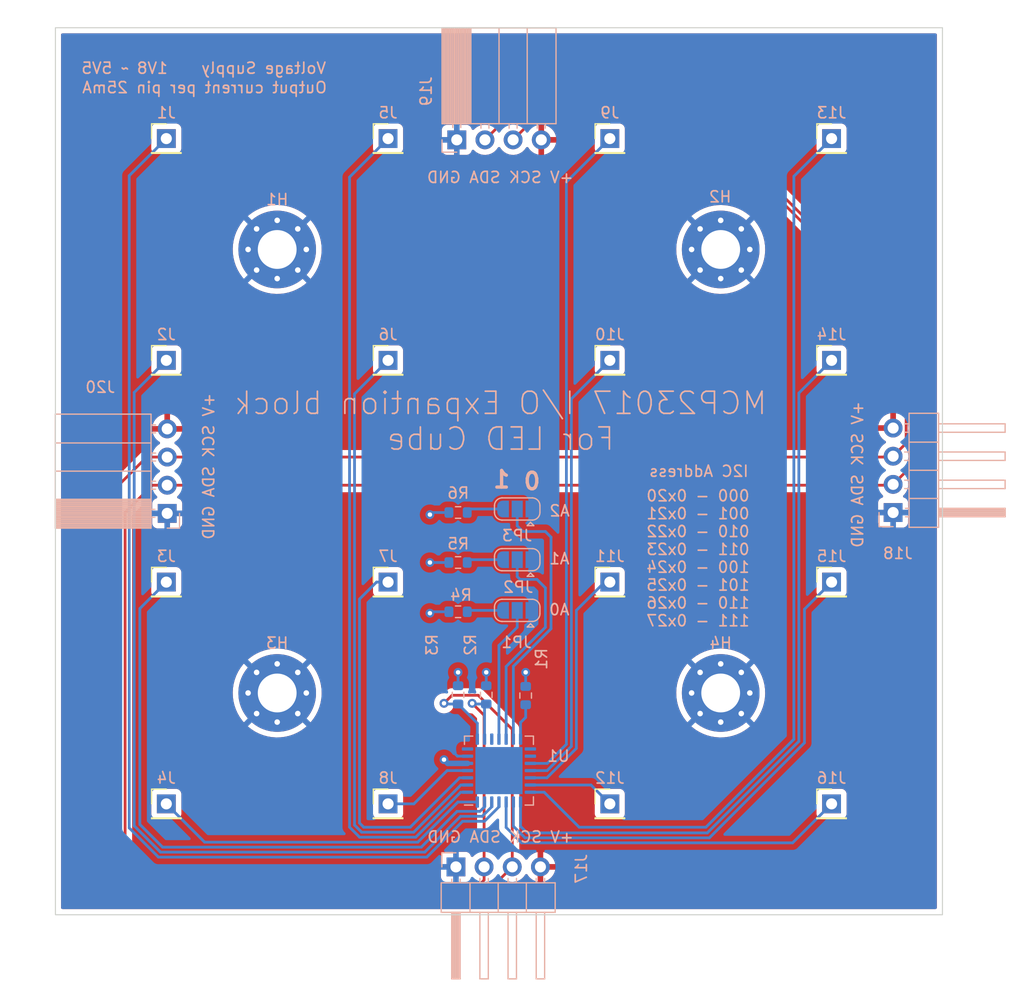
<source format=kicad_pcb>
(kicad_pcb (version 20211014) (generator pcbnew)
  (layers (0 "F.Cu" signal) (31 "B.Cu" signal) (34 "B.Paste" user) (35 "F.Paste" user) (36 "B.SilkS" user "B.Silkscreen") (37 "F.SilkS" user "F.Silkscreen") (38 "B.Mask" user) (39 "F.Mask" user) (44 "Edge.Cuts" user))
  (net 0 "")
  (net 1 "0")
  (net 2 "1")
  (net 3 "2")
  (net 4 "3")
  (net 5 "4")
  (net 6 "5")
  (net 7 "6")
  (net 8 "7")
  (net 9 "8")
  (net 10 "9")
  (net 11 "10")
  (net 12 "11")
  (net 13 "12")
  (net 14 "13")
  (net 15 "14")
  (net 16 "15")
  (net 17 "GND")
  (net 18 "SDA")
  (net 19 "SCK")
  (net 20 "+5V")
  (net 21 "Net-(JP1-Pad3)")
  (net 22 "A0")
  (net 23 "Net-(JP2-Pad3)")
  (net 24 "A1")
  (net 25 "Net-(JP3-Pad3)")
  (net 26 "A2")
  (net 31 "Net-(R1-Pad1)")
  (footprint "Connector_PinHeader_2.54mm:PinHeader_1x01_P2.54mm_Vertical" (layer "F.Cu") (at 180 90)
    (fp_text reference "J14" (at 0 -2.33) (layer "B.SilkS") (effects (justify mirror)))
    (fp_text value "Conn_01x01")
    (pad "1" thru_hole rect locked (at 0 0) (size 1.7 1.7) (drill 1) (layers *.Cu *.Mask) (net 14 "13"))
  )
  (footprint "Connector_PinHeader_2.54mm:PinHeader_1x01_P2.54mm_Vertical" (layer "F.Cu") (at 160 90)
    (fp_text reference "J10" (at 0 -2.33) (layer "B.SilkS") (effects (justify mirror)))
    (fp_text value "Conn_01x01")
    (pad "1" thru_hole rect locked (at 0 0) (size 1.7 1.7) (drill 1) (layers *.Cu *.Mask) (net 10 "9"))
  )
  (footprint "Connector_PinHeader_2.54mm:PinHeader_1x01_P2.54mm_Vertical" (layer "F.Cu") (at 120 70)
    (fp_text reference "J1" (at 0 -2.33) (layer "B.SilkS") (effects (justify mirror)))
    (fp_text value "Conn_01x01")
    (pad "1" thru_hole rect locked (at 0 0) (size 1.7 1.7) (drill 1) (layers *.Cu *.Mask) (net 1 "0"))
  )
  (footprint "Connector_PinHeader_2.54mm:PinHeader_1x01_P2.54mm_Vertical" (layer "F.Cu") (at 180 70)
    (fp_text reference "J13" (at 0 -2.33) (layer "B.SilkS") (effects (justify mirror)))
    (fp_text value "Conn_01x01")
    (pad "1" thru_hole rect locked (at 0 0) (size 1.7 1.7) (drill 1) (layers *.Cu *.Mask) (net 13 "12"))
  )
  (footprint "Connector_PinHeader_2.54mm:PinHeader_1x01_P2.54mm_Vertical" (layer "F.Cu") (at 120 110)
    (fp_text reference "J3" (at 0 -2.33) (layer "B.SilkS") (effects (justify mirror)))
    (fp_text value "Conn_01x01")
    (pad "1" thru_hole rect locked (at 0 0) (size 1.7 1.7) (drill 1) (layers *.Cu *.Mask) (net 3 "2"))
  )
  (footprint "Connector_PinHeader_2.54mm:PinHeader_1x01_P2.54mm_Vertical" (layer "F.Cu") (at 160 130)
    (fp_text reference "J12" (at 0 -2.33) (layer "B.SilkS") (effects (justify mirror)))
    (fp_text value "Conn_01x01")
    (pad "1" thru_hole rect locked (at 0 0) (size 1.7 1.7) (drill 1) (layers *.Cu *.Mask) (net 12 "11"))
  )
  (footprint "Connector_PinHeader_2.54mm:PinHeader_1x01_P2.54mm_Vertical" (layer "F.Cu") (at 140 130)
    (fp_text reference "J8" (at 0 -2.33) (layer "B.SilkS") (effects (justify mirror)))
    (fp_text value "Conn_01x01")
    (pad "1" thru_hole rect locked (at 0 0) (size 1.7 1.7) (drill 1) (layers *.Cu *.Mask) (net 8 "7"))
  )
  (footprint "Connector_PinHeader_2.54mm:PinHeader_1x01_P2.54mm_Vertical" (layer "F.Cu") (at 120 90)
    (fp_text reference "J2" (at 0 -2.33) (layer "B.SilkS") (effects (justify mirror)))
    (fp_text value "Conn_01x01")
    (pad "1" thru_hole rect locked (at 0 0) (size 1.7 1.7) (drill 1) (layers *.Cu *.Mask) (net 2 "1"))
  )
  (footprint "Connector_PinHeader_2.54mm:PinHeader_1x01_P2.54mm_Vertical" (layer "F.Cu") (at 140 110)
    (fp_text reference "J7" (at 0 -2.33) (layer "B.SilkS") (effects (justify mirror)))
    (fp_text value "Conn_01x01")
    (pad "1" thru_hole rect locked (at 0 0) (size 1.7 1.7) (drill 1) (layers *.Cu *.Mask) (net 7 "6"))
  )
  (footprint "Connector_PinHeader_2.54mm:PinHeader_1x01_P2.54mm_Vertical" (layer "F.Cu") (at 160 110)
    (fp_text reference "J11" (at 0 -2.33) (layer "B.SilkS") (effects (justify mirror)))
    (fp_text value "Conn_01x01")
    (pad "1" thru_hole rect locked (at 0 0) (size 1.7 1.7) (drill 1) (layers *.Cu *.Mask) (net 11 "10"))
  )
  (footprint "Connector_PinHeader_2.54mm:PinHeader_1x01_P2.54mm_Vertical" (layer "F.Cu") (at 180 110)
    (fp_text reference "J15" (at 0 -2.33) (layer "B.SilkS") (effects (justify mirror)))
    (fp_text value "Conn_01x01")
    (pad "1" thru_hole rect locked (at 0 0) (size 1.7 1.7) (drill 1) (layers *.Cu *.Mask) (net 15 "14"))
  )
  (footprint "Connector_PinHeader_2.54mm:PinHeader_1x01_P2.54mm_Vertical" (layer "F.Cu") (at 140 70)
    (fp_text reference "J5" (at 0 -2.33) (layer "B.SilkS") (effects (justify mirror)))
    (fp_text value "Conn_01x01")
    (pad "1" thru_hole rect locked (at 0 0) (size 1.7 1.7) (drill 1) (layers *.Cu *.Mask) (net 5 "4"))
  )
  (footprint "Connector_PinHeader_2.54mm:PinHeader_1x01_P2.54mm_Vertical" (layer "F.Cu") (at 180 130)
    (fp_text reference "J16" (at 0 -2.33) (layer "B.SilkS") (effects (justify mirror)))
    (fp_text value "Conn_01x01")
    (pad "1" thru_hole rect locked (at 0 0) (size 1.7 1.7) (drill 1) (layers *.Cu *.Mask) (net 16 "15"))
  )
  (footprint "Connector_PinHeader_2.54mm:PinHeader_1x01_P2.54mm_Vertical" (layer "F.Cu") (at 140 90)
    (fp_text reference "J6" (at 0 -2.33) (layer "B.SilkS") (effects (justify mirror)))
    (fp_text value "Conn_01x01")
    (pad "1" thru_hole rect locked (at 0 0) (size 1.7 1.7) (drill 1) (layers *.Cu *.Mask) (net 6 "5"))
  )
  (footprint "Connector_PinHeader_2.54mm:PinHeader_1x01_P2.54mm_Vertical" (layer "F.Cu") (at 160 70)
    (fp_text reference "J9" (at 0 -2.33) (layer "B.SilkS") (effects (justify mirror)))
    (fp_text value "Conn_01x01")
    (pad "1" thru_hole rect locked (at 0 0) (size 1.7 1.7) (drill 1) (layers *.Cu *.Mask) (net 9 "8"))
  )
  (footprint "Connector_PinHeader_2.54mm:PinHeader_1x01_P2.54mm_Vertical" (layer "F.Cu") (at 120 130)
    (fp_text reference "J4" (at 0 -2.33) (layer "B.SilkS") (effects (justify mirror)))
    (fp_text value "Conn_01x01")
    (pad "1" thru_hole rect locked (at 0 0) (size 1.7 1.7) (drill 1) (layers *.Cu *.Mask) (net 4 "3"))
  )
  (footprint "MountingHole:MountingHole_3.5mm_Pad_Via" (layer "B.Cu") (at 170 80 180)
    (fp_text reference "H2" (at 0.05 4.75) (layer "B.SilkS") (effects (justify mirror)))
    (fp_text value "MountingHole_Pad")
    (pad "1" thru_hole circle locked (at 0 -2.625 180) (size 0.8 0.8) (drill 0.5) (layers *.Cu *.Mask) (net 17 "GND"))
    (pad "1" thru_hole circle locked (at 1.856155 -1.856155 180) (size 0.8 0.8) (drill 0.5) (layers *.Cu *.Mask) (net 17 "GND"))
    (pad "1" thru_hole circle locked (at -2.625 0 180) (size 0.8 0.8) (drill 0.5) (layers *.Cu *.Mask) (net 17 "GND"))
    (pad "1" thru_hole circle locked (at 0 2.625 180) (size 0.8 0.8) (drill 0.5) (layers *.Cu *.Mask) (net 17 "GND"))
    (pad "1" thru_hole circle locked (at 0 0 180) (size 7 7) (drill 3.5) (layers *.Cu *.Mask) (net 17 "GND"))
    (pad "1" thru_hole circle locked (at -1.856155 1.856155 180) (size 0.8 0.8) (drill 0.5) (layers *.Cu *.Mask) (net 17 "GND"))
    (pad "1" thru_hole circle locked (at 1.856155 1.856155 180) (size 0.8 0.8) (drill 0.5) (layers *.Cu *.Mask) (net 17 "GND"))
    (pad "1" thru_hole circle locked (at 2.625 0 180) (size 0.8 0.8) (drill 0.5) (layers *.Cu *.Mask) (net 17 "GND"))
    (pad "1" thru_hole circle locked (at -1.856155 -1.856155 180) (size 0.8 0.8) (drill 0.5) (layers *.Cu *.Mask) (net 17 "GND"))
  )
  (footprint "Resistor_SMD:R_0603_1608Metric" (layer "B.Cu") (at 152.41 120.233 90)
    (fp_text reference "R1" (at 3.302 1.43 90) (layer "B.SilkS") (effects (justify mirror)))
    (fp_text value "10k")
    (pad "1" smd roundrect locked (at -0.825 0 90) (size 0.8 0.95) (layers "B.Cu" "B.Paste" "B.Mask") (net 31 "Net-(R1-Pad1)"))
    (pad "2" smd roundrect locked (at 0.825 0 90) (size 0.8 0.95) (layers "B.Cu" "B.Paste" "B.Mask") (net 20 "+5V"))
  )
  (footprint "Connector_PinHeader_2.54mm:PinHeader_1x04_P2.54mm_Horizontal" (layer "B.Cu") (at 185.5508 103.7262)
    (fp_text reference "J18" (at 0.4258 3.6798) (layer "B.SilkS") (effects (justify mirror)))
    (fp_text value "Conn_01x04")
    (pad "1" thru_hole rect locked (at 0 0) (size 1.7 1.7) (drill 1) (layers *.Cu *.Mask) (net 17 "GND"))
    (pad "2" thru_hole oval locked (at 0 -2.54) (size 1.7 1.7) (drill 1) (layers *.Cu *.Mask) (net 18 "SDA"))
    (pad "3" thru_hole oval locked (at 0 -5.08) (size 1.7 1.7) (drill 1) (layers *.Cu *.Mask) (net 19 "SCK"))
    (pad "4" thru_hole oval locked (at 0 -7.62) (size 1.7 1.7) (drill 1) (layers *.Cu *.Mask) (net 20 "+5V"))
  )
  (footprint "MountingHole:MountingHole_3.5mm_Pad_Via" (layer "B.Cu") (at 130 80 180)
    (fp_text reference "H1" (at 0 4.5) (layer "B.SilkS") (effects (justify mirror)))
    (fp_text value "MountingHole_Pad")
    (pad "1" thru_hole circle locked (at 0 -2.625 180) (size 0.8 0.8) (drill 0.5) (layers *.Cu *.Mask) (net 17 "GND"))
    (pad "1" thru_hole circle locked (at 0 0 180) (size 7 7) (drill 3.5) (layers *.Cu *.Mask) (net 17 "GND"))
    (pad "1" thru_hole circle locked (at -1.856155 -1.856155 180) (size 0.8 0.8) (drill 0.5) (layers *.Cu *.Mask) (net 17 "GND"))
    (pad "1" thru_hole circle locked (at 1.856155 1.856155 180) (size 0.8 0.8) (drill 0.5) (layers *.Cu *.Mask) (net 17 "GND"))
    (pad "1" thru_hole circle locked (at 2.625 0 180) (size 0.8 0.8) (drill 0.5) (layers *.Cu *.Mask) (net 17 "GND"))
    (pad "1" thru_hole circle locked (at 1.856155 -1.856155 180) (size 0.8 0.8) (drill 0.5) (layers *.Cu *.Mask) (net 17 "GND"))
    (pad "1" thru_hole circle locked (at -2.625 0 180) (size 0.8 0.8) (drill 0.5) (layers *.Cu *.Mask) (net 17 "GND"))
    (pad "1" thru_hole circle locked (at -1.856155 1.856155 180) (size 0.8 0.8) (drill 0.5) (layers *.Cu *.Mask) (net 17 "GND"))
    (pad "1" thru_hole circle locked (at 0 2.625 180) (size 0.8 0.8) (drill 0.5) (layers *.Cu *.Mask) (net 17 "GND"))
  )
  (footprint "Resistor_SMD:R_0603_1608Metric" (layer "B.Cu") (at 146.314 120.17 -90)
    (fp_text reference "R3" (at -4.509 2.349 90) (layer "B.SilkS") (effects (justify mirror)))
    (fp_text value "1k")
    (pad "1" smd roundrect locked (at -0.825 0 270) (size 0.8 0.95) (layers "B.Cu" "B.Paste" "B.Mask") (net 20 "+5V"))
    (pad "2" smd roundrect locked (at 0.825 0 270) (size 0.8 0.95) (layers "B.Cu" "B.Paste" "B.Mask") (net 19 "SCK"))
  )
  (footprint "Resistor_SMD:R_0603_1608Metric" (layer "B.Cu") (at 146.314 108.232)
    (fp_text reference "R5" (at 0.0132 -1.6896) (layer "B.SilkS") (effects (justify mirror)))
    (fp_text value "10k")
    (pad "1" smd roundrect locked (at -0.825 0) (size 0.8 0.95) (layers "B.Cu" "B.Paste" "B.Mask") (net 20 "+5V"))
    (pad "2" smd roundrect locked (at 0.825 0) (size 0.8 0.95) (layers "B.Cu" "B.Paste" "B.Mask") (net 23 "Net-(JP2-Pad3)"))
  )
  (footprint "Resistor_SMD:R_0603_1608Metric" (layer "B.Cu") (at 146.314 103.723)
    (fp_text reference "R6" (at 0.0132 -1.7526) (layer "B.SilkS") (effects (justify mirror)))
    (fp_text value "10k")
    (pad "1" smd roundrect locked (at -0.825 0) (size 0.8 0.95) (layers "B.Cu" "B.Paste" "B.Mask") (net 20 "+5V"))
    (pad "2" smd roundrect locked (at 0.825 0) (size 0.8 0.95) (layers "B.Cu" "B.Paste" "B.Mask") (net 25 "Net-(JP3-Pad3)"))
  )
  (footprint "Jumper:SolderJumper-3_P1.3mm_Open_RoundedPad1.0x1.5mm" (layer "B.Cu") (at 151.648 107.978 180)
    (fp_text reference "JP2" (at -0.0894 -2.476) (layer "B.SilkS") (effects (justify mirror)))
    (fp_text value "SolderJumper_3_Open")
    (pad "1" smd custom locked (at -1.3 0 180) (size 1 0.5) (layers "B.Cu" "B.Mask") (net 17 "GND") (options (clearance outline) (anchor rect)) (primitives (gr_circle (center 0 -0.25) (end 0.5 -0.25) (width 0) (fill yes)) (gr_circle (center 0 0.25) (end 0.5 0.25) (width 0) (fill yes)) (gr_poly (pts (xy 0.55 0.75) (xy 0 0.75) (xy 0 -0.75) (xy 0.55 -0.75)) (width 0) (fill yes))))
    (pad "2" smd rect locked (at 0 0 180) (size 1 1.5) (layers "B.Cu" "B.Mask") (net 24 "A1"))
    (pad "3" smd custom locked (at 1.3 0 180) (size 1 0.5) (layers "B.Cu" "B.Mask") (net 23 "Net-(JP2-Pad3)") (options (clearance outline) (anchor rect)) (primitives (gr_circle (center 0 -0.25) (end 0.5 -0.25) (width 0) (fill yes)) (gr_circle (center 0 0.25) (end 0.5 0.25) (width 0) (fill yes)) (gr_poly (pts (xy 0 0.75) (xy -0.55 0.75) (xy -0.55 -0.75) (xy 0 -0.75)) (width 0) (fill yes))))
  )
  (footprint "Connector_PinSocket_2.54mm:PinSocket_1x04_P2.54mm_Horizontal" (layer "B.Cu") (at 120.0816 103.8016)
    (fp_text reference "J20" (at -6.0378 -11.3816) (layer "B.SilkS") (effects (justify mirror)))
    (fp_text value "Conn_01x04")
    (pad "1" thru_hole rect locked (at 0 0) (size 1.7 1.7) (drill 1) (layers *.Cu *.Mask) (net 17 "GND"))
    (pad "2" thru_hole oval locked (at 0 -2.54) (size 1.7 1.7) (drill 1) (layers *.Cu *.Mask) (net 18 "SDA"))
    (pad "3" thru_hole oval locked (at 0 -5.08) (size 1.7 1.7) (drill 1) (layers *.Cu *.Mask) (net 19 "SCK"))
    (pad "4" thru_hole oval locked (at 0 -7.62) (size 1.7 1.7) (drill 1) (layers *.Cu *.Mask) (net 20 "+5V"))
  )
  (footprint "Package_DFN_QFN:QFN-28-1EP_6x6mm_P0.65mm_EP4.25x4.25mm" (layer "B.Cu") (at 150 127)
    (fp_text reference "U1" (at 5.3696 -1.306) (layer "B.SilkS") (effects (justify mirror)))
    (fp_text value "MCP23017_ML")
    (pad "1" smd roundrect locked (at -2.8375 1.95) (size 1.025 0.3) (layers "B.Cu" "B.Paste" "B.Mask") (net 5 "4"))
    (pad "2" smd roundrect locked (at -2.8375 1.3) (size 1.025 0.3) (layers "B.Cu" "B.Paste" "B.Mask") (net 6 "5"))
    (pad "3" smd roundrect locked (at -2.8375 0.65) (size 1.025 0.3) (layers "B.Cu" "B.Paste" "B.Mask") (net 7 "6"))
    (pad "4" smd roundrect locked (at -2.8375 0) (size 1.025 0.3) (layers "B.Cu" "B.Paste" "B.Mask") (net 8 "7"))
    (pad "5" smd roundrect locked (at -2.8375 -0.65) (size 1.025 0.3) (layers "B.Cu" "B.Paste" "B.Mask") (net 20 "+5V"))
    (pad "6" smd roundrect locked (at -2.8375 -1.3) (size 1.025 0.3) (layers "B.Cu" "B.Paste" "B.Mask") (net 17 "GND"))
    (pad "7" smd roundrect locked (at -2.8375 -1.95) (size 1.025 0.3) (layers "B.Cu" "B.Paste" "B.Mask"))
    (pad "8" smd roundrect locked (at -1.95 -2.8375) (size 0.3 1.025) (layers "B.Cu" "B.Paste" "B.Mask") (net 19 "SCK"))
    (pad "9" smd roundrect locked (at -1.3 -2.8375) (size 0.3 1.025) (layers "B.Cu" "B.Paste" "B.Mask") (net 18 "SDA"))
    (pad "10" smd roundrect locked (at -0.65 -2.8375) (size 0.3 1.025) (layers "B.Cu" "B.Paste" "B.Mask"))
    (pad "11" smd roundrect locked (at 0 -2.8375) (size 0.3 1.025) (layers "B.Cu" "B.Paste" "B.Mask") (net 22 "A0"))
    (pad "12" smd roundrect locked (at 0.65 -2.8375) (size 0.3 1.025) (layers "B.Cu" "B.Paste" "B.Mask") (net 24 "A1"))
    (pad "13" smd roundrect locked (at 1.3 -2.8375) (size 0.3 1.025) (layers "B.Cu" "B.Paste" "B.Mask") (net 26 "A2"))
    (pad "14" smd roundrect locked (at 1.95 -2.8375) (size 0.3 1.025) (layers "B.Cu" "B.Paste" "B.Mask") (net 31 "Net-(R1-Pad1)"))
    (pad "15" smd roundrect locked (at 2.8375 -1.95) (size 1.025 0.3) (layers "B.Cu" "B.Paste" "B.Mask"))
    (pad "16" smd roundrect locked (at 2.8375 -1.3) (size 1.025 0.3) (layers "B.Cu" "B.Paste" "B.Mask"))
    (pad "17" smd roundrect locked (at 2.8375 -0.65) (size 1.025 0.3) (layers "B.Cu" "B.Paste" "B.Mask") (net 9 "8"))
    (pad "18" smd roundrect locked (at 2.8375 0) (size 1.025 0.3) (layers "B.Cu" "B.Paste" "B.Mask") (net 10 "9"))
    (pad "19" smd roundrect locked (at 2.8375 0.65) (size 1.025 0.3) (layers "B.Cu" "B.Paste" "B.Mask") (net 11 "10"))
    (pad "20" smd roundrect locked (at 2.8375 1.3) (size 1.025 0.3) (layers "B.Cu" "B.Paste" "B.Mask") (net 12 "11"))
    (pad "21" smd roundrect locked (at 2.8375 1.95) (size 1.025 0.3) (layers "B.Cu" "B.Paste" "B.Mask") (net 13 "12"))
    (pad "22" smd roundrect locked (at 1.95 2.8375) (size 0.3 1.025) (layers "B.Cu" "B.Paste" "B.Mask") (net 14 "13"))
    (pad "23" smd roundrect locked (at 1.3 2.8375) (size 0.3 1.025) (layers "B.Cu" "B.Paste" "B.Mask") (net 15 "14"))
    (pad "24" smd roundrect locked (at 0.65 2.8375) (size 0.3 1.025) (layers "B.Cu" "B.Paste" "B.Mask") (net 16 "15"))
    (pad "25" smd roundrect locked (at 0 2.8375) (size 0.3 1.025) (layers "B.Cu" "B.Paste" "B.Mask") (net 1 "0"))
    (pad "26" smd roundrect locked (at -0.65 2.8375) (size 0.3 1.025) (layers "B.Cu" "B.Paste" "B.Mask") (net 2 "1"))
    (pad "27" smd roundrect locked (at -1.3 2.8375) (size 0.3 1.025) (layers "B.Cu" "B.Paste" "B.Mask") (net 3 "2"))
    (pad "28" smd roundrect locked (at -1.95 2.8375) (size 0.3 1.025) (layers "B.Cu" "B.Paste" "B.Mask") (net 4 "3"))
    (pad "29" smd rect locked (at 0 0) (size 4.25 4.25) (layers "B.Cu" "B.Mask"))
  )
  (footprint "MountingHole:MountingHole_3.5mm_Pad_Via" (layer "B.Cu") (at 130 120 180)
    (fp_text reference "H3" (at 0 4.5) (layer "B.SilkS") (effects (justify mirror)))
    (fp_text value "MountingHole_Pad")
    (pad "1" thru_hole circle locked (at -1.856155 -1.856155 180) (size 0.8 0.8) (drill 0.5) (layers *.Cu *.Mask) (net 17 "GND"))
    (pad "1" thru_hole circle locked (at 0 2.625 180) (size 0.8 0.8) (drill 0.5) (layers *.Cu *.Mask) (net 17 "GND"))
    (pad "1" thru_hole circle locked (at 0 0 180) (size 7 7) (drill 3.5) (layers *.Cu *.Mask) (net 17 "GND"))
    (pad "1" thru_hole circle locked (at 2.625 0 180) (size 0.8 0.8) (drill 0.5) (layers *.Cu *.Mask) (net 17 "GND"))
    (pad "1" thru_hole circle locked (at 1.856155 1.856155 180) (size 0.8 0.8) (drill 0.5) (layers *.Cu *.Mask) (net 17 "GND"))
    (pad "1" thru_hole circle locked (at 1.856155 -1.856155 180) (size 0.8 0.8) (drill 0.5) (layers *.Cu *.Mask) (net 17 "GND"))
    (pad "1" thru_hole circle locked (at -2.625 0 180) (size 0.8 0.8) (drill 0.5) (layers *.Cu *.Mask) (net 17 "GND"))
    (pad "1" thru_hole circle locked (at -1.856155 1.856155 180) (size 0.8 0.8) (drill 0.5) (layers *.Cu *.Mask) (net 17 "GND"))
    (pad "1" thru_hole circle locked (at 0 -2.625 180) (size 0.8 0.8) (drill 0.5) (layers *.Cu *.Mask) (net 17 "GND"))
  )
  (footprint "Connector_PinSocket_2.54mm:PinSocket_1x04_P2.54mm_Horizontal" (layer "B.Cu") (at 146.1978 70.1124 -90)
    (fp_text reference "J19" (at -4.38 2.77 90) (layer "B.SilkS") (effects (justify mirror)))
    (fp_text value "Conn_01x04")
    (pad "1" thru_hole rect locked (at 0 0 270) (size 1.7 1.7) (drill 1) (layers *.Cu *.Mask) (net 17 "GND"))
    (pad "2" thru_hole oval locked (at 0 -2.54 270) (size 1.7 1.7) (drill 1) (layers *.Cu *.Mask) (net 18 "SDA"))
    (pad "3" thru_hole oval locked (at 0 -5.08 270) (size 1.7 1.7) (drill 1) (layers *.Cu *.Mask) (net 19 "SCK"))
    (pad "4" thru_hole oval locked (at 0 -7.62 270) (size 1.7 1.7) (drill 1) (layers *.Cu *.Mask) (net 20 "+5V"))
  )
  (footprint "MountingHole:MountingHole_3.5mm_Pad_Via" (layer "B.Cu") (at 170 120 180)
    (fp_text reference "H4" (at 0 4.5) (layer "B.SilkS") (effects (justify mirror)))
    (fp_text value "MountingHole_Pad")
    (pad "1" thru_hole circle locked (at 2.625 0 180) (size 0.8 0.8) (drill 0.5) (layers *.Cu *.Mask) (net 17 "GND"))
    (pad "1" thru_hole circle locked (at -1.856155 1.856155 180) (size 0.8 0.8) (drill 0.5) (layers *.Cu *.Mask) (net 17 "GND"))
    (pad "1" thru_hole circle locked (at 0 0 180) (size 7 7) (drill 3.5) (layers *.Cu *.Mask) (net 17 "GND"))
    (pad "1" thru_hole circle locked (at 1.856155 -1.856155 180) (size 0.8 0.8) (drill 0.5) (layers *.Cu *.Mask) (net 17 "GND"))
    (pad "1" thru_hole circle locked (at 0 -2.625 180) (size 0.8 0.8) (drill 0.5) (layers *.Cu *.Mask) (net 17 "GND"))
    (pad "1" thru_hole circle locked (at 1.856155 1.856155 180) (size 0.8 0.8) (drill 0.5) (layers *.Cu *.Mask) (net 17 "GND"))
    (pad "1" thru_hole circle locked (at -1.856155 -1.856155 180) (size 0.8 0.8) (drill 0.5) (layers *.Cu *.Mask) (net 17 "GND"))
    (pad "1" thru_hole circle locked (at 0 2.625 180) (size 0.8 0.8) (drill 0.5) (layers *.Cu *.Mask) (net 17 "GND"))
    (pad "1" thru_hole circle locked (at -2.625 0 180) (size 0.8 0.8) (drill 0.5) (layers *.Cu *.Mask) (net 17 "GND"))
  )
  (footprint "Connector_PinHeader_2.54mm:PinHeader_1x04_P2.54mm_Horizontal" (layer "B.Cu") (at 146.1208 135.6832 -90)
    (fp_text reference "J17" (at 0.1708 -11.3062 90) (layer "B.SilkS") (effects (justify mirror)))
    (fp_text value "Conn_01x04")
    (pad "1" thru_hole rect locked (at 0 0 270) (size 1.7 1.7) (drill 1) (layers *.Cu *.Mask) (net 17 "GND"))
    (pad "2" thru_hole oval locked (at 0 -2.54 270) (size 1.7 1.7) (drill 1) (layers *.Cu *.Mask) (net 18 "SDA"))
    (pad "3" thru_hole oval locked (at 0 -5.08 270) (size 1.7 1.7) (drill 1) (layers *.Cu *.Mask) (net 19 "SCK"))
    (pad "4" thru_hole oval locked (at 0 -7.62 270) (size 1.7 1.7) (drill 1) (layers *.Cu *.Mask) (net 20 "+5V"))
  )
  (footprint "Resistor_SMD:R_0603_1608Metric" (layer "B.Cu") (at 146.314 112.676)
    (fp_text reference "R4" (at 0.2672 -1.5108) (layer "B.SilkS") (effects (justify mirror)))
    (fp_text value "10k")
    (pad "1" smd roundrect locked (at -0.825 0) (size 0.8 0.95) (layers "B.Cu" "B.Paste" "B.Mask") (net 20 "+5V"))
    (pad "2" smd roundrect locked (at 0.825 0) (size 0.8 0.95) (layers "B.Cu" "B.Paste" "B.Mask") (net 21 "Net-(JP1-Pad3)"))
  )
  (footprint "Jumper:SolderJumper-3_P1.3mm_Open_RoundedPad1.0x1.5mm" (layer "B.Cu") (at 151.648 112.55 180)
    (fp_text reference "JP1" (at 0.063 -2.8824) (layer "B.SilkS") (effects (justify mirror)))
    (fp_text value "SolderJumper_3_Open")
    (pad "1" smd custom locked (at -1.3 0 180) (size 1 0.5) (layers "B.Cu" "B.Mask") (net 17 "GND") (options (clearance outline) (anchor rect)) (primitives (gr_circle (center 0 -0.25) (end 0.5 -0.25) (width 0) (fill yes)) (gr_circle (center 0 0.25) (end 0.5 0.25) (width 0) (fill yes)) (gr_poly (pts (xy 0.55 0.75) (xy 0 0.75) (xy 0 -0.75) (xy 0.55 -0.75)) (width 0) (fill yes))))
    (pad "2" smd rect locked (at 0 0 180) (size 1 1.5) (layers "B.Cu" "B.Mask") (net 22 "A0"))
    (pad "3" smd custom locked (at 1.3 0 180) (size 1 0.5) (layers "B.Cu" "B.Mask") (net 21 "Net-(JP1-Pad3)") (options (clearance outline) (anchor rect)) (primitives (gr_circle (center 0 -0.25) (end 0.5 -0.25) (width 0) (fill yes)) (gr_circle (center 0 0.25) (end 0.5 0.25) (width 0) (fill yes)) (gr_poly (pts (xy 0 0.75) (xy -0.55 0.75) (xy -0.55 -0.75) (xy 0 -0.75)) (width 0) (fill yes))))
  )
  (footprint "Resistor_SMD:R_0603_1608Metric" (layer "B.Cu") (at 148.854 120.17 -90)
    (fp_text reference "R2" (at -4.509 1.43 90) (layer "B.SilkS") (effects (justify mirror)))
    (fp_text value "1k")
    (pad "1" smd roundrect locked (at -0.825 0 270) (size 0.8 0.95) (layers "B.Cu" "B.Paste" "B.Mask") (net 20 "+5V"))
    (pad "2" smd roundrect locked (at 0.825 0 270) (size 0.8 0.95) (layers "B.Cu" "B.Paste" "B.Mask") (net 18 "SDA"))
  )
  (footprint "Jumper:SolderJumper-3_P1.3mm_Open_RoundedPad1.0x1.5mm" (layer "B.Cu") (at 151.648 103.406 180)
    (fp_text reference "JP3" (at 0.0122 -2.3998) (layer "B.SilkS") (effects (justify mirror)))
    (fp_text value "SolderJumper_3_Open")
    (pad "1" smd custom locked (at -1.3 0 180) (size 1 0.5) (layers "B.Cu" "B.Mask") (net 17 "GND") (options (clearance outline) (anchor rect)) (primitives (gr_circle (center 0 -0.25) (end 0.5 -0.25) (width 0) (fill yes)) (gr_circle (center 0 0.25) (end 0.5 0.25) (width 0) (fill yes)) (gr_poly (pts (xy 0.55 0.75) (xy 0 0.75) (xy 0 -0.75) (xy 0.55 -0.75)) (width 0) (fill yes))))
    (pad "2" smd rect locked (at 0 0 180) (size 1 1.5) (layers "B.Cu" "B.Mask") (net 26 "A2"))
    (pad "3" smd custom locked (at 1.3 0 180) (size 1 0.5) (layers "B.Cu" "B.Mask") (net 25 "Net-(JP3-Pad3)") (options (clearance outline) (anchor rect)) (primitives (gr_circle (center 0 -0.25) (end 0.5 -0.25) (width 0) (fill yes)) (gr_circle (center 0 0.25) (end 0.5 0.25) (width 0) (fill yes)) (gr_poly (pts (xy 0 0.75) (xy -0.55 0.75) (xy -0.55 -0.75) (xy 0 -0.75)) (width 0) (fill yes))))
  )
  (gr_rect (start 110 60) (end 190 140) (layer "Edge.Cuts") (width 0.1) (fill none))
  (gr_text "A2" (at 155.4712 103.5706) (layer "B.SilkS") (effects (font (size 1 1)) (justify mirror)))
  (gr_text "Output current per pin 25mA" (at 123.45 65.4) (layer "B.SilkS") (effects (font (size 1 1)) (justify mirror)))
  (gr_text "000 - 0x20\n001 - 0x21\n010 - 0x22\n011 - 0x23\n100 - 0x24\n101 - 0x25\n110 - 0x26\n111 - 0x27" (at 167.95 107.85) (layer "B.SilkS") (effects (font (size 1 1)) (justify mirror)))
  (gr_text "+V SCK SDA GND" (at 123.8228 99.5574 90) (layer "B.SilkS") (effects (font (size 1 1)) (justify mirror)))
  (gr_text "Voltage Supply    1V8 ~ 5V5" (at 123.375 63.65) (layer "B.SilkS") (effects (font (size 1 1)) (justify mirror)))
  (gr_text "+V SCK SDA GND" (at 150.1118 73.497) (layer "B.SilkS") (effects (font (size 1 1)) (justify mirror)))
  (gr_text "A1" (at 155.4458 107.8886) (layer "B.SilkS") (effects (font (size 1 1)) (justify mirror)))
  (gr_text "0" (at 152.982 100.9036) (layer "B.SilkS") (effects (font (size 1.5 1.5) (thickness 0.3)) (justify mirror)))
  (gr_text "I2C Address" (at 168.025 100) (layer "B.SilkS") (effects (font (size 1 1)) (justify mirror)))
  (gr_text "A0" (at 155.4458 112.486) (layer "B.SilkS") (effects (font (size 1 1)) (justify mirror)))
  (gr_text "1" (at 150.2388 100.7512) (layer "B.SilkS") (effects (font (size 1.5 1.5) (thickness 0.3)) (justify mirror)))
  (gr_text "+V SCK SDA GND" (at 182.3444 100.294 90) (layer "B.SilkS") (effects (font (size 1 1)) (justify mirror)))
  (gr_text "+V SCK SDA GND" (at 150.1372 132.9838) (layer "B.SilkS") (effects (font (size 1 1)) (justify mirror)))
  (gr_text "MCP23017 I/O Expantion block\nFor LED Cube" (at 150.15 95.475) (layer "B.SilkS") (effects (font (size 2 2)) (justify mirror)))
  (segment (start 150 130.265006) (end 148.691446 131.57356) (width 0.25) (layer "B.Cu") (net 1))
  (segment (start 150 129.8375) (end 150 130.265006) (width 0.25) (layer "B.Cu") (net 1))
  (segment (start 148.691446 131.57356) (end 146.722158 131.57356) (width 0.25) (layer "B.Cu") (net 1))
  (segment (start 143.490598 134.80512) (end 119.291686 134.80512) (width 0.25) (layer "B.Cu") (net 1))
  (segment (start 116.65448 132.167914) (end 116.65448 73.34552) (width 0.25) (layer "B.Cu") (net 1))
  (segment (start 119.291686 134.80512) (end 116.65448 132.167914) (width 0.25) (layer "B.Cu") (net 1))
  (segment (start 116.65448 73.34552) (end 120 70) (width 0.25) (layer "B.Cu") (net 1))
  (segment (start 146.722158 131.57356) (end 143.490598 134.80512) (width 0.25) (layer "B.Cu") (net 1))
  (segment (start 117.104 92.896) (end 120 90) (width 0.25) (layer "B.Cu") (net 2))
  (segment (start 117.104 131.981717) (end 117.104 92.896) (width 0.25) (layer "B.Cu") (net 2))
  (segment (start 119.477883 134.3556) (end 117.104 131.981717) (width 0.25) (layer "B.Cu") (net 2))
  (segment (start 148.490966 131.12404) (end 146.53596 131.12404) (width 0.25) (layer "B.Cu") (net 2))
  (segment (start 149.35 129.8375) (end 149.35 130.265006) (width 0.25) (layer "B.Cu") (net 2))
  (segment (start 146.53596 131.12404) (end 143.3044 134.3556) (width 0.25) (layer "B.Cu") (net 2))
  (segment (start 149.35 130.265006) (end 148.490966 131.12404) (width 0.25) (layer "B.Cu") (net 2))
  (segment (start 143.3044 134.3556) (end 119.477883 134.3556) (width 0.25) (layer "B.Cu") (net 2))
  (segment (start 117.612 112.388) (end 120 110) (width 0.25) (layer "B.Cu") (net 3))
  (segment (start 117.612 131.854) (end 117.612 112.388) (width 0.25) (layer "B.Cu") (net 3))
  (segment (start 148.290486 130.67452) (end 146.22348 130.67452) (width 0.25) (layer "B.Cu") (net 3))
  (segment (start 142.99192 133.90608) (end 119.66408 133.90608) (width 0.25) (layer "B.Cu") (net 3))
  (segment (start 119.66408 133.90608) (end 117.612 131.854) (width 0.25) (layer "B.Cu") (net 3))
  (segment (start 148.7 129.8375) (end 148.7 130.265006) (width 0.25) (layer "B.Cu") (net 3))
  (segment (start 146.22348 130.67452) (end 142.99192 133.90608) (width 0.25) (layer "B.Cu") (net 3))
  (segment (start 148.7 130.265006) (end 148.290486 130.67452) (width 0.25) (layer "B.Cu") (net 3))
  (segment (start 148.05 129.8375) (end 146.299936 129.8375) (width 0.25) (layer "B.Cu") (net 4))
  (segment (start 142.680875 133.45656) (end 123.45656 133.45656) (width 0.25) (layer "B.Cu") (net 4))
  (segment (start 146.299936 129.8375) (end 142.680875 133.45656) (width 0.25) (layer "B.Cu") (net 4))
  (segment (start 123.45656 133.45656) (end 120 130) (width 0.25) (layer "B.Cu") (net 4))
  (segment (start 146.551718 128.95) (end 142.494677 133.00704) (width 0.25) (layer "B.Cu") (net 5))
  (segment (start 137.433324 133.00704) (end 136.52496 132.098676) (width 0.25) (layer "B.Cu") (net 5))
  (segment (start 147.1625 128.95) (end 146.551718 128.95) (width 0.25) (layer "B.Cu") (net 5))
  (segment (start 136.52496 73.47504) (end 140 70) (width 0.25) (layer "B.Cu") (net 5))
  (segment (start 136.52496 132.098676) (end 136.52496 73.47504) (width 0.25) (layer "B.Cu") (net 5))
  (segment (start 142.494677 133.00704) (end 137.433324 133.00704) (width 0.25) (layer "B.Cu") (net 5))
  (segment (start 146.566 128.3) (end 142.30848 132.55752) (width 0.25) (layer "B.Cu") (net 6))
  (segment (start 136.97448 131.912479) (end 136.97448 93.02552) (width 0.25) (layer "B.Cu") (net 6))
  (segment (start 147.1625 128.3) (end 146.566 128.3) (width 0.25) (layer "B.Cu") (net 6))
  (segment (start 142.30848 132.55752) (end 137.619521 132.55752) (width 0.25) (layer "B.Cu") (net 6))
  (segment (start 137.619521 132.55752) (end 136.97448 131.912479) (width 0.25) (layer "B.Cu") (net 6))
  (segment (start 136.97448 93.02552) (end 140 90) (width 0.25) (layer "B.Cu") (net 6))
  (segment (start 146.454 127.65) (end 141.996 132.108) (width 0.25) (layer "B.Cu") (net 7))
  (segment (start 137.424 131.726282) (end 137.424 111.534) (width 0.25) (layer "B.Cu") (net 7))
  (segment (start 141.996 132.108) (end 137.805718 132.108) (width 0.25) (layer "B.Cu") (net 7))
  (segment (start 137.805718 132.108) (end 137.424 131.726282) (width 0.25) (layer "B.Cu") (net 7))
  (segment (start 137.424 111.534) (end 138.958 110) (width 0.25) (layer "B.Cu") (net 7))
  (segment (start 138.958 110) (end 140 110) (width 0.25) (layer "B.Cu") (net 7))
  (segment (start 147.1625 127.65) (end 146.454 127.65) (width 0.25) (layer "B.Cu") (net 7))
  (segment (start 142.326 130) (end 140 130) (width 0.25) (layer "B.Cu") (net 8))
  (segment (start 145.326 127) (end 142.326 130) (width 0.25) (layer "B.Cu") (net 8))
  (segment (start 147.1625 127) (end 145.326 127) (width 0.25) (layer "B.Cu") (net 8))
  (segment (start 156.08296 124.623604) (end 156.08296 73.91704) (width 0.25) (layer "B.Cu") (net 9))
  (segment (start 152.8375 126.35) (end 154.356564 126.35) (width 0.25) (layer "B.Cu") (net 9))
  (segment (start 154.356564 126.35) (end 156.08296 124.623604) (width 0.25) (layer "B.Cu") (net 9))
  (segment (start 156.08296 73.91704) (end 160 70) (width 0.25) (layer "B.Cu") (net 9))
  (segment (start 156.53248 93.46752) (end 160 90) (width 0.25) (layer "B.Cu") (net 10))
  (segment (start 156.53248 124.809802) (end 156.53248 93.46752) (width 0.25) (layer "B.Cu") (net 10))
  (segment (start 152.8375 127) (end 154.342282 127) (width 0.25) (layer "B.Cu") (net 10))
  (segment (start 154.342282 127) (end 156.53248 124.809802) (width 0.25) (layer "B.Cu") (net 10))
  (segment (start 154.328 127.65) (end 156.982 124.996) (width 0.25) (layer "B.Cu") (net 11))
  (segment (start 159.532 110) (end 160 110) (width 0.25) (layer "B.Cu") (net 11))
  (segment (start 156.982 112.55) (end 159.532 110) (width 0.25) (layer "B.Cu") (net 11))
  (segment (start 152.8375 127.65) (end 154.328 127.65) (width 0.25) (layer "B.Cu") (net 11))
  (segment (start 156.982 124.996) (end 156.982 112.55) (width 0.25) (layer "B.Cu") (net 11))
  (segment (start 152.8375 128.3) (end 158.3 128.3) (width 0.25) (layer "B.Cu") (net 12))
  (segment (start 158.3 128.3) (end 160 130) (width 0.25) (layer "B.Cu") (net 12))
  (segment (start 168.664564 132.108) (end 176.59848 124.174084) (width 0.25) (layer "B.Cu") (net 13))
  (segment (start 154.078 128.95) (end 157.236 132.108) (width 0.25) (layer "B.Cu") (net 13))
  (segment (start 152.8375 128.95) (end 154.078 128.95) (width 0.25) (layer "B.Cu") (net 13))
  (segment (start 176.59848 73.40152) (end 180 70) (width 0.25) (layer "B.Cu") (net 13))
  (segment (start 157.236 132.108) (end 168.664564 132.108) (width 0.25) (layer "B.Cu") (net 13))
  (segment (start 176.59848 124.174084) (end 176.59848 73.40152) (width 0.25) (layer "B.Cu") (net 13))
  (segment (start 151.95 132.028282) (end 152.537718 132.616) (width 0.25) (layer "B.Cu") (net 14))
  (segment (start 151.95 129.8375) (end 151.95 132.028282) (width 0.25) (layer "B.Cu") (net 14))
  (segment (start 177.048 92.952) (end 180 90) (width 0.25) (layer "B.Cu") (net 14))
  (segment (start 168.792282 132.616) (end 177.048 124.360282) (width 0.25) (layer "B.Cu") (net 14))
  (segment (start 152.537718 132.616) (end 168.792282 132.616) (width 0.25) (layer "B.Cu") (net 14))
  (segment (start 177.048 124.360282) (end 177.048 92.952) (width 0.25) (layer "B.Cu") (net 14))
  (segment (start 151.3 129.8375) (end 151.3 132.014) (width 0.25) (layer "B.Cu") (net 15))
  (segment (start 152.35152 133.06552) (end 168.97848 133.06552) (width 0.25) (layer "B.Cu") (net 15))
  (segment (start 177.556 112.444) (end 180 110) (width 0.25) (layer "B.Cu") (net 15))
  (segment (start 177.556 124.488) (end 177.556 112.444) (width 0.25) (layer "B.Cu") (net 15))
  (segment (start 151.3 132.014) (end 152.35152 133.06552) (width 0.25) (layer "B.Cu") (net 15))
  (segment (start 168.97848 133.06552) (end 177.556 124.488) (width 0.25) (layer "B.Cu") (net 15))
  (segment (start 152.03904 133.51504) (end 176.48496 133.51504) (width 0.25) (layer "B.Cu") (net 16))
  (segment (start 176.48496 133.51504) (end 180 130) (width 0.25) (layer "B.Cu") (net 16))
  (segment (start 150.65 132.126) (end 152.03904 133.51504) (width 0.25) (layer "B.Cu") (net 16))
  (segment (start 150.65 129.8375) (end 150.65 132.126) (width 0.25) (layer "B.Cu") (net 16))
  (segment (start 146.256 125.7) (end 145.806 125.25) (width 0.25) (layer "B.Cu") (net 17))
  (segment (start 147.1625 125.7) (end 146.256 125.7) (width 0.25) (layer "B.Cu") (net 17))
  (segment (start 145.806 125.25) (end 145.806 124.996) (width 0.25) (layer "B.Cu") (net 17))
  (segment (start 148.7378 70.1124) (end 152.97772 65.87248) (width 0.25) (layer "F.Cu") (net 18))
  (segment (start 116.28352 133.699802) (end 120.279718 137.696) (width 0.25) (layer "F.Cu") (net 18))
  (segment (start 185.4754 101.2616) (end 185.5508 101.1862) (width 0.25) (layer "F.Cu") (net 18))
  (segment (start 120.0816 101.2616) (end 185.4754 101.2616) (width 0.25) (layer "F.Cu") (net 18))
  (segment (start 116.28352 103.71848) (end 116.28352 133.699802) (width 0.25) (layer "F.Cu") (net 18))
  (segment (start 148.6608 136.8732) (end 148.6608 135.6832) (width 0.25) (layer "F.Cu") (net 18))
  (segment (start 166.312198 65.87248) (end 187.208 86.768282) (width 0.25) (layer "F.Cu") (net 18))
  (segment (start 187.208 86.768282) (end 187.208 99.529) (width 0.25) (layer "F.Cu") (net 18))
  (segment (start 152.97772 65.87248) (end 166.312198 65.87248) (width 0.25) (layer "F.Cu") (net 18))
  (segment (start 148.6608 122.0088) (end 147.584 120.932) (width 0.25) (layer "F.Cu") (net 18))
  (segment (start 120.0816 101.2616) (end 118.7404 101.2616) (width 0.25) (layer "F.Cu") (net 18))
  (segment (start 187.208 99.529) (end 185.5508 101.1862) (width 0.25) (layer "F.Cu") (net 18))
  (segment (start 120.279718 137.696) (end 147.838 137.696) (width 0.25) (layer "F.Cu") (net 18))
  (segment (start 118.7404 101.2616) (end 116.28352 103.71848) (width 0.25) (layer "F.Cu") (net 18))
  (segment (start 148.6608 135.6832) (end 148.6608 122.0088) (width 0.25) (layer "F.Cu") (net 18))
  (segment (start 147.838 137.696) (end 148.6608 136.8732) (width 0.25) (layer "F.Cu") (net 18))
  (via (at 147.584 120.932) (size 0.8) (drill 0.4) (layers "F.Cu" "B.Cu") (net 18))
  (segment (start 148.854 120.995) (end 147.647 120.995) (width 0.25) (layer "B.Cu") (net 18))
  (segment (start 148.7 121.149) (end 148.854 120.995) (width 0.25) (layer "B.Cu") (net 18))
  (segment (start 148.7 124.1625) (end 148.7 121.149) (width 0.25) (layer "B.Cu") (net 18))
  (segment (start 147.647 120.995) (end 147.584 120.932) (width 0.25) (layer "B.Cu") (net 18))
  (segment (start 148.129489 120.207489) (end 151.2008 123.2788) (width 0.25) (layer "F.Cu") (net 19))
  (segment (start 148.68 138.204) (end 151.2008 135.6832) (width 0.25) (layer "F.Cu") (net 19))
  (segment (start 151.2008 123.2788) (end 151.2008 135.6832) (width 0.25) (layer "F.Cu") (net 19))
  (segment (start 120.152 138.204) (end 148.68 138.204) (width 0.25) (layer "F.Cu") (net 19))
  (segment (start 184.74721 98.7216) (end 184.82261 98.6462) (width 0.25) (layer "F.Cu") (net 19))
  (segment (start 120.0816 98.7216) (end 184.74721 98.7216) (width 0.25) (layer "F.Cu") (net 19))
  (segment (start 186.725311 97.471689) (end 185.5508 98.6462) (width 0.25) (layer "F.Cu") (net 19))
  (segment (start 184.82261 98.6462) (end 185.5508 98.6462) (width 0.25) (layer "F.Cu") (net 19))
  (segment (start 151.2778 70.1124) (end 155.0682 66.322) (width 0.25) (layer "F.Cu") (net 19))
  (segment (start 145.044 120.932) (end 145.768511 120.207489) (width 0.25) (layer "F.Cu") (net 19))
  (segment (start 155.0682 66.322) (end 166.126 66.322) (width 0.25) (layer "F.Cu") (net 19))
  (segment (start 120.0816 98.7216) (end 118.2324 98.7216) (width 0.25) (layer "F.Cu") (net 19))
  (segment (start 115.834 133.886) (end 120.152 138.204) (width 0.25) (layer "F.Cu") (net 19))
  (segment (start 186.725311 86.921311) (end 186.725311 97.471689) (width 0.25) (layer "F.Cu") (net 19))
  (segment (start 118.2324 98.7216) (end 115.834 101.12) (width 0.25) (layer "F.Cu") (net 19))
  (segment (start 115.834 101.12) (end 115.834 133.886) (width 0.25) (layer "F.Cu") (net 19))
  (segment (start 145.768511 120.207489) (end 148.129489 120.207489) (width 0.25) (layer "F.Cu") (net 19))
  (segment (start 166.126 66.322) (end 186.725311 86.921311) (width 0.25) (layer "F.Cu") (net 19))
  (via (at 145.044 120.932) (size 0.8) (drill 0.4) (layers "F.Cu" "B.Cu") (net 19))
  (segment (start 146.314 120.995) (end 145.107 120.995) (width 0.25) (layer "B.Cu") (net 19))
  (segment (start 145.107 120.995) (end 145.044 120.932) (width 0.25) (layer "B.Cu") (net 19))
  (segment (start 148.05 122.731) (end 146.314 120.995) (width 0.25) (layer "B.Cu") (net 19))
  (segment (start 148.05 124.1625) (end 148.05 122.731) (width 0.25) (layer "B.Cu") (net 19))
  (via (at 145.044 126.012) (size 0.8) (drill 0.4) (layers "F.Cu" "B.Cu") (net 20))
  (via (at 143.774 103.914) (size 0.8) (drill 0.4) (layers "F.Cu" "B.Cu") (net 20))
  (via (at 148.854 118.138) (size 0.8) (drill 0.4) (layers "F.Cu" "B.Cu") (net 20))
  (via (at 143.774 112.804) (size 0.8) (drill 0.4) (layers "F.Cu" "B.Cu") (net 20))
  (via (at 146.314 118.138) (size 0.8) (drill 0.4) (layers "F.Cu" "B.Cu") (net 20))
  (via (at 152.41 118.138) (size 0.8) (drill 0.4) (layers "F.Cu" "B.Cu") (net 20))
  (via (at 143.774 108.232) (size 0.8) (drill 0.4) (layers "F.Cu" "B.Cu") (net 20))
  (segment (start 145.489 112.676) (end 143.902 112.676) (width 0.25) (layer "B.Cu") (net 20))
  (segment (start 146.314 119.345) (end 146.314 118.138) (width 0.25) (layer "B.Cu") (net 20))
  (segment (start 143.965 103.723) (end 143.774 103.914) (width 0.25) (layer "B.Cu") (net 20))
  (segment (start 152.41 119.408) (end 152.41 118.138) (width 0.25) (layer "B.Cu") (net 20))
  (segment (start 147.1625 126.35) (end 145.382 126.35) (width 0.5) (layer "B.Cu") (net 20))
  (segment (start 145.489 103.723) (end 143.965 103.723) (width 0.25) (layer "B.Cu") (net 20))
  (segment (start 145.382 126.35) (end 145.044 126.012) (width 0.5) (layer "B.Cu") (net 20))
  (segment (start 145.489 108.232) (end 143.774 108.232) (width 0.25) (layer "B.Cu") (net 20))
  (segment (start 148.854 119.345) (end 148.854 118.138) (width 0.25) (layer "B.Cu") (net 20))
  (segment (start 143.902 112.676) (end 143.774 112.804) (width 0.25) (layer "B.Cu") (net 20))
  (segment (start 150.348 112.55) (end 147.265 112.55) (width 0.25) (layer "B.Cu") (net 21))
  (segment (start 147.265 112.55) (end 147.139 112.676) (width 0.25) (layer "B.Cu") (net 21))
  (segment (start 150 115.722) (end 150.124 115.598) (width 0.25) (layer "B.Cu") (net 22))
  (segment (start 150 115.722) (end 151.648 114.074) (width 0.25) (layer "B.Cu") (net 22))
  (segment (start 151.648 114.074) (end 151.648 112.55) (width 0.25) (layer "B.Cu") (net 22))
  (segment (start 150 115.722) (end 150 124.1625) (width 0.25) (layer "B.Cu") (net 22))
  (segment (start 147.393 107.978) (end 147.139 108.232) (width 0.25) (layer "B.Cu") (net 23))
  (segment (start 150.348 107.978) (end 147.393 107.978) (width 0.25) (layer "B.Cu") (net 23))
  (segment (start 151.648 109.248) (end 151.648 107.978) (width 0.25) (layer "B.Cu") (net 24))
  (segment (start 154.188 114.074) (end 154.188 110.518) (width 0.25) (layer "B.Cu") (net 24))
  (segment (start 153.426 109.756) (end 151.902 109.756) (width 0.25) (layer "B.Cu") (net 24))
  (segment (start 150.65 124.1625) (end 150.65 117.612) (width 0.25) (layer "B.Cu") (net 24))
  (segment (start 151.902 109.756) (end 151.648 109.502) (width 0.25) (layer "B.Cu") (net 24))
  (segment (start 150.65 117.612) (end 154.188 114.074) (width 0.25) (layer "B.Cu") (net 24))
  (segment (start 154.188 110.518) (end 153.426 109.756) (width 0.25) (layer "B.Cu") (net 24))
  (segment (start 151.648 109.248) (end 151.648 109.22347) (width 0.25) (layer "B.Cu") (net 24))
  (segment (start 151.648 109.502) (end 151.648 109.248) (width 0.25) (layer "B.Cu") (net 24))
  (segment (start 147.139 103.723) (end 147.456 103.406) (width 0.25) (layer "B.Cu") (net 25))
  (segment (start 147.456 103.406) (end 150.348 103.406) (width 0.25) (layer "B.Cu") (net 25))
  (segment (start 154.696 105.946) (end 154.188 105.438) (width 0.25) (layer "B.Cu") (net 26))
  (segment (start 151.648 104.93) (end 151.648 103.406) (width 0.25) (layer "B.Cu") (net 26))
  (segment (start 151.3 124.1625) (end 151.3 117.597718) (width 0.25) (layer "B.Cu") (net 26))
  (segment (start 154.188 105.438) (end 152.156 105.438) (width 0.25) (layer "B.Cu") (net 26))
  (segment (start 152.156 105.438) (end 151.648 104.93) (width 0.25) (layer "B.Cu") (net 26))
  (segment (start 154.696 114.201718) (end 154.696 105.946) (width 0.25) (layer "B.Cu") (net 26))
  (segment (start 151.3 117.597718) (end 154.696 114.201718) (width 0.25) (layer "B.Cu") (net 26))
  (segment (start 151.95 124.1625) (end 151.95 122.662) (width 0.25) (layer "B.Cu") (net 31))
  (segment (start 152.41 122.202) (end 152.41 121.058) (width 0.25) (layer "B.Cu") (net 31))
  (segment (start 151.95 122.662) (end 152.41 122.202) (width 0.25) (layer "B.Cu") (net 31))
  (zone (net 20) (net_name "+5V") (layer "F.Cu") (connect_pads (clearance 0.508)) (min_thickness 0.254) (fill yes (thermal_gap 0.508) (thermal_bridge_width 0.508))
    (polygon (pts (xy 195 142.5) (xy 107.5 142.5) (xy 107.5 57.5) (xy 195 57.5)))
  )
  (zone (net 17) (net_name "GND") (layer "B.Cu") (connect_pads (clearance 0.508)) (min_thickness 0.254) (fill yes (thermal_gap 0.508) (thermal_bridge_width 0.508))
    (polygon (pts (xy 192.5 142.5) (xy 105 142.5) (xy 105 57.5) (xy 192.5 57.5)))
  )
)
</source>
